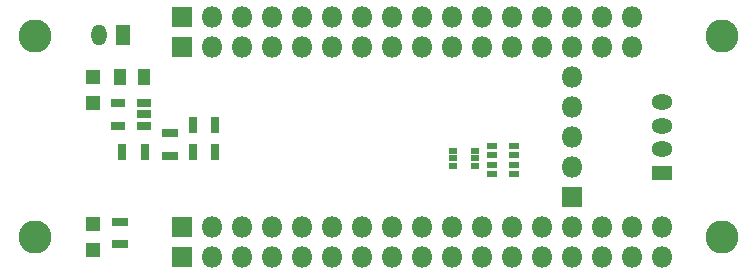
<source format=gts>
G04 #@! TF.GenerationSoftware,KiCad,Pcbnew,(5.0.0-rc2-dev-444-g2974a2c10)*
G04 #@! TF.CreationDate,2019-11-25T15:22:12-08:00*
G04 #@! TF.ProjectId,ItsyBitsy breadboard,49747379426974737920627265616462,v02*
G04 #@! TF.SameCoordinates,Original*
G04 #@! TF.FileFunction,Soldermask,Top*
G04 #@! TF.FilePolarity,Negative*
%FSLAX46Y46*%
G04 Gerber Fmt 4.6, Leading zero omitted, Abs format (unit mm)*
G04 Created by KiCad (PCBNEW (5.0.0-rc2-dev-444-g2974a2c10)) date 11/25/19 15:22:12*
%MOMM*%
%LPD*%
G01*
G04 APERTURE LIST*
%ADD10O,1.801600X1.801600*%
%ADD11R,1.801600X1.801600*%
%ADD12R,0.901600X0.601600*%
%ADD13R,0.901600X0.501600*%
%ADD14C,2.801600*%
%ADD15R,1.801600X1.301600*%
%ADD16O,1.801600X1.301600*%
%ADD17R,1.301600X1.801600*%
%ADD18O,1.301600X1.801600*%
%ADD19R,1.101600X1.351600*%
%ADD20R,1.301600X1.301600*%
%ADD21R,0.701600X0.521600*%
%ADD22R,1.401600X0.801600*%
%ADD23R,0.801600X1.401600*%
%ADD24R,1.161600X0.751600*%
G04 APERTURE END LIST*
D10*
X144780000Y-102870000D03*
X144780000Y-105410000D03*
X144780000Y-107950000D03*
X144780000Y-110490000D03*
D11*
X144780000Y-113030000D03*
D12*
X138080666Y-108696407D03*
D13*
X138080666Y-110296407D03*
X138080666Y-109496407D03*
D12*
X138080666Y-111096407D03*
D13*
X139880666Y-109496407D03*
D12*
X139880666Y-108696407D03*
D13*
X139880666Y-110296407D03*
D12*
X139880666Y-111096407D03*
D11*
X111760000Y-115570000D03*
D10*
X114300000Y-115570000D03*
X116840000Y-115570000D03*
X119380000Y-115570000D03*
X121920000Y-115570000D03*
X124460000Y-115570000D03*
X127000000Y-115570000D03*
X129540000Y-115570000D03*
X132080000Y-115570000D03*
X134620000Y-115570000D03*
X137160000Y-115570000D03*
X139700000Y-115570000D03*
X142240000Y-115570000D03*
X144780000Y-115570000D03*
X147320000Y-115570000D03*
X149860000Y-115570000D03*
X152400000Y-115570000D03*
D11*
X111760000Y-100330000D03*
D10*
X114300000Y-100330000D03*
X116840000Y-100330000D03*
X119380000Y-100330000D03*
X121920000Y-100330000D03*
X124460000Y-100330000D03*
X127000000Y-100330000D03*
X129540000Y-100330000D03*
X132080000Y-100330000D03*
X134620000Y-100330000D03*
X137160000Y-100330000D03*
X139700000Y-100330000D03*
X142240000Y-100330000D03*
X144780000Y-100330000D03*
X147320000Y-100330000D03*
X149860000Y-100330000D03*
D14*
X99314000Y-99441000D03*
X99314000Y-116459000D03*
X157480000Y-116459000D03*
D15*
X152400000Y-110998000D03*
D16*
X152400000Y-108998000D03*
X152400000Y-106998000D03*
X152400000Y-104998000D03*
D17*
X106807000Y-99314000D03*
D18*
X104807000Y-99314000D03*
D14*
X157480000Y-99441000D03*
D10*
X152400000Y-118110000D03*
X149860000Y-118110000D03*
X147320000Y-118110000D03*
X144780000Y-118110000D03*
X142240000Y-118110000D03*
X139700000Y-118110000D03*
X137160000Y-118110000D03*
X134620000Y-118110000D03*
X132080000Y-118110000D03*
X129540000Y-118110000D03*
X127000000Y-118110000D03*
X124460000Y-118110000D03*
X121920000Y-118110000D03*
X119380000Y-118110000D03*
X116840000Y-118110000D03*
X114300000Y-118110000D03*
D11*
X111760000Y-118110000D03*
D10*
X149860000Y-97790000D03*
X147320000Y-97790000D03*
X144780000Y-97790000D03*
X142240000Y-97790000D03*
X139700000Y-97790000D03*
X137160000Y-97790000D03*
X134620000Y-97790000D03*
X132080000Y-97790000D03*
X129540000Y-97790000D03*
X127000000Y-97790000D03*
X124460000Y-97790000D03*
X121920000Y-97790000D03*
X119380000Y-97790000D03*
X116840000Y-97790000D03*
X114300000Y-97790000D03*
D11*
X111760000Y-97790000D03*
D19*
X106569000Y-102870000D03*
X108569000Y-102870000D03*
D20*
X104267000Y-102913000D03*
X104267000Y-105113000D03*
X104267000Y-115359000D03*
X104267000Y-117559000D03*
D21*
X136628666Y-109119407D03*
X136628666Y-109769407D03*
X136628666Y-110419407D03*
X134728666Y-109119407D03*
X134728666Y-109769407D03*
X134728666Y-110419407D03*
D22*
X110744000Y-109535000D03*
X110744000Y-107635000D03*
X106553000Y-117028000D03*
X106553000Y-115128000D03*
D23*
X114615000Y-106934000D03*
X112715000Y-106934000D03*
X108646000Y-109220000D03*
X106746000Y-109220000D03*
X114615000Y-109220000D03*
X112715000Y-109220000D03*
D24*
X106342000Y-106995000D03*
X106342000Y-105095000D03*
X108542000Y-105095000D03*
X108542000Y-106045000D03*
X108542000Y-106995000D03*
M02*

</source>
